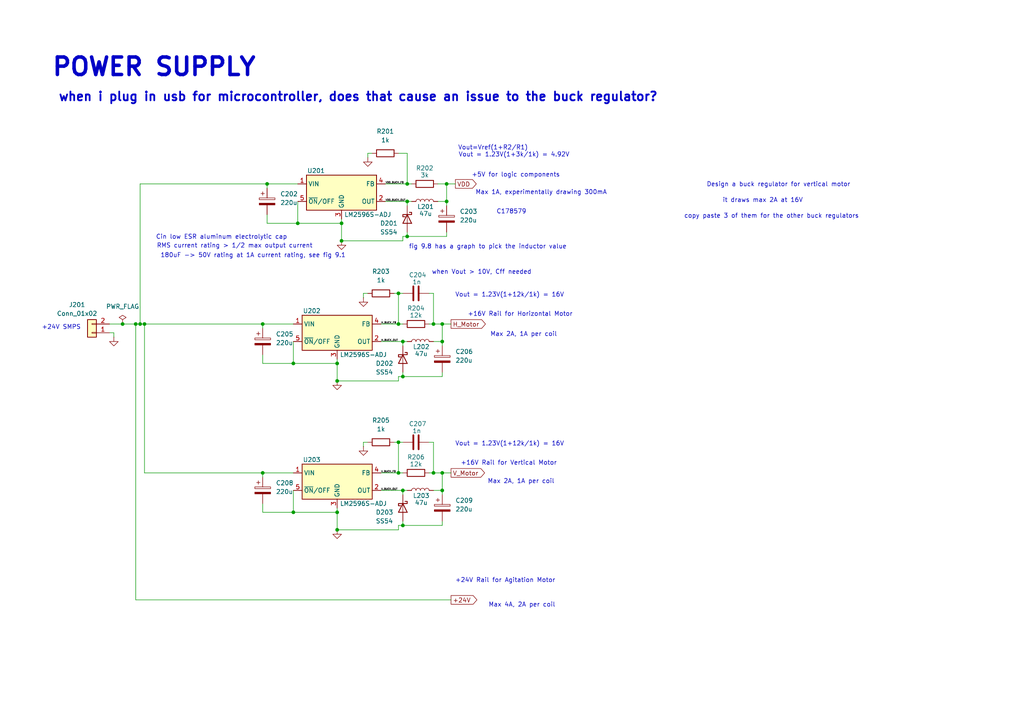
<source format=kicad_sch>
(kicad_sch (version 20250114) (generator "eeschema") (generator_version "9.0")
  (paper "A4")
  (lib_symbols
    (symbol "Connector_Generic:Conn_01x02" (pin_names (offset 1.016) (hide yes))
      (property "Reference" "J" (at 0 2.54 0))
      (property "Value" "Conn_01x02" (at 0 -5.08 0))
      (symbol "Conn_01x02_1_1"
        (rectangle (start -1.27 1.27) (end 1.27 -3.81) (stroke (width 0.254)) (fill (type background)))
        (rectangle (start -1.27 0.127) (end 0 -0.127) (stroke (width 0.1524)))
        (rectangle (start -1.27 -2.413) (end 0 -2.667) (stroke (width 0.1524)))
        (pin passive line (at -5.08 0 0) (length 3.81) (name "Pin_1") (number "1"))
        (pin passive line (at -5.08 -2.54 0) (length 3.81) (name "Pin_2") (number "2"))
      )
    )
    (symbol "Device:C" (pin_numbers (hide yes)) (pin_names (offset 0.254))
      (property "Reference" "C" (at 0.635 2.54 0))
      (property "Value" "C" (at 0.635 -2.54 0))
      (symbol "C_0_1"
        (polyline (pts (xy -2.032 0.762) (xy 2.032 0.762)) (stroke (width 0.508)))
        (polyline (pts (xy -2.032 -0.762) (xy 2.032 -0.762)) (stroke (width 0.508)))
      )
      (symbol "C_1_1"
        (pin passive line (at 0 3.81 270) (length 2.794) (name "~") (number "1"))
        (pin passive line (at 0 -3.81 90) (length 2.794) (name "~") (number "2"))
      )
    )
    (symbol "Device:C_Polarized" (pin_numbers (hide yes)) (pin_names (offset 0.254))
      (property "Reference" "C" (at 0.635 2.54 0))
      (property "Value" "C_Polarized" (at 0.635 -2.54 0))
      (symbol "C_Polarized_0_1"
        (rectangle (start -2.286 0.508) (end 2.286 1.016))
        (polyline (pts (xy -1.778 2.286) (xy -0.762 2.286)))
        (polyline (pts (xy -1.27 2.794) (xy -1.27 1.778)))
        (rectangle (start 2.286 -0.508) (end -2.286 -1.016) (fill (type outline)))
      )
      (symbol "C_Polarized_1_1"
        (pin passive line (at 0 3.81 270) (length 2.794) (name "~") (number "1"))
        (pin passive line (at 0 -3.81 90) (length 2.794) (name "~") (number "2"))
      )
    )
    (symbol "Device:D_Schottky" (pin_numbers (hide yes)) (pin_names (offset 1.016) (hide yes))
      (property "Reference" "D" (at 0 2.54 0))
      (property "Value" "D_Schottky" (at 0 -2.54 0))
      (symbol "D_Schottky_0_1"
        (polyline (pts (xy -1.905 0.635) (xy -1.905 1.27) (xy -1.27 1.27) (xy -1.27 -1.27) (xy -0.635 -1.27) (xy -0.635 -0.635)) (stroke (width 0.254)))
        (polyline (pts (xy 1.27 1.27) (xy 1.27 -1.27) (xy -1.27 0) (xy 1.27 1.27)) (stroke (width 0.254)))
        (polyline (pts (xy 1.27 0) (xy -1.27 0)))
      )
      (symbol "D_Schottky_1_1"
        (pin passive line (at -3.81 0 0) (length 2.54) (name "K") (number "1"))
        (pin passive line (at 3.81 0 180) (length 2.54) (name "A") (number "2"))
      )
    )
    (symbol "Device:L" (pin_numbers (hide yes)) (pin_names (offset 1.016) (hide yes))
      (property "Reference" "L" (at -1.27 0 90))
      (property "Value" "L" (at 1.905 0 90))
      (symbol "L_0_1"
        (arc (start 0 2.54) (mid 0.6323 1.905) (end 0 1.27))
        (arc (start 0 1.27) (mid 0.6323 0.635) (end 0 0))
        (arc (start 0 0) (mid 0.6323 -0.635) (end 0 -1.27))
        (arc (start 0 -1.27) (mid 0.6323 -1.905) (end 0 -2.54))
      )
      (symbol "L_1_1"
        (pin passive line (at 0 3.81 270) (length 1.27) (name "1") (number "1"))
        (pin passive line (at 0 -3.81 90) (length 1.27) (name "2") (number "2"))
      )
    )
    (symbol "Device:R" (pin_numbers (hide yes)) (pin_names (offset 0))
      (property "Reference" "R" (at 2.032 0 90))
      (property "Value" "R" (at 0 0 90))
      (symbol "R_0_1"
        (rectangle (start -1.016 -2.54) (end 1.016 2.54) (stroke (width 0.254)))
      )
      (symbol "R_1_1"
        (pin passive line (at 0 3.81 270) (length 1.27) (name "~") (number "1"))
        (pin passive line (at 0 -3.81 90) (length 1.27) (name "~") (number "2"))
      )
    )
    (symbol "Regulator_Switching:LM2596S-ADJ"
      (property "Reference" "U" (at -10.16 6.35 0))
      (property "Value" "LM2596S-ADJ" (at 0 6.35 0))
      (symbol "LM2596S-ADJ_0_1"
        (rectangle (start -10.16 5.08) (end 10.16 -5.08) (stroke (width 0.254)) (fill (type background)))
      )
      (symbol "LM2596S-ADJ_1_1"
        (pin power_in line (at -12.7 2.54 0) (length 2.54) (name "VIN") (number "1"))
        (pin input line (at -12.7 -2.54 0) (length 2.54) (name "~{ON}/OFF") (number "5"))
        (pin power_in line (at 0 -7.62 90) (length 2.54) (name "GND") (number "3"))
        (pin input line (at 12.7 2.54 180) (length 2.54) (name "FB") (number "4"))
        (pin output line (at 12.7 -2.54 180) (length 2.54) (name "OUT") (number "2"))
      )
    )
    (symbol "power:GND" (power) (pin_numbers (hide yes)) (pin_names (offset 0) (hide yes))
      (property "Value" "GND" (at 0 -3.81 0))
      (symbol "GND_0_1"
        (polyline (pts (xy 0 0) (xy 0 -1.27) (xy 1.27 -1.27) (xy 0 -2.54) (xy -1.27 -1.27) (xy 0 -1.27)))
      )
      (symbol "GND_1_1"
        (pin power_in line (at 0 0 270) (length 0) (name "~") (number "1"))
      )
    )
    (symbol "power:PWR_FLAG" (power) (pin_numbers (hide yes)) (pin_names (offset 0) (hide yes))
      (property "Value" "PWR_FLAG" (at 0 3.81 0))
      (symbol "PWR_FLAG_0_0"
        (pin power_out line (at 0 0 90) (length 0) (name "~") (number "1"))
      )
      (symbol "PWR_FLAG_0_1"
        (polyline (pts (xy 0 0) (xy 0 1.27) (xy -1.016 1.905) (xy 0 2.54) (xy 1.016 1.905) (xy 0 1.27)))
      )
    )
  )
  (text "Cin low ESR aluminum electrolytic cap" (at 64.262 68.834 0) (effects (font (size 1.27 1.27))))
  (text "Max 1A, experimentally drawing 300mA" (at 156.972 55.88 0) (effects (font (size 1.27 1.27))))
  (text "180uF -> 50V rating at 1A current rating, see fig 9.1" (at 73.406 74.168 0) (effects (font (size 1.27 1.27))))
  (text "it draws max 2A at 16V" (at 221.234 58.166 0) (effects (font (size 1.27 1.27))))
  (text "C178579" (at 148.336 61.468 0) (effects (font (size 1.27 1.27))))
  (text "+5V for logic components" (at 149.606 50.8 0) (effects (font (size 1.27 1.27))))
  (text "Design a buck regulator for vertical motor\n" (at 225.806 53.594 0) (effects (font (size 1.27 1.27))))
  (text "+16V Rail for Horizontal Motor" (at 150.876 91.186 0) (effects (font (size 1.27 1.27))))
  (text "+24V SMPS" (at 17.78 94.996 0) (effects (font (size 1.27 1.27))))
  (text "when i plug in usb for microcontroller, does that cause an issue to the buck regulator?" (at 103.886 28.194 0) (effects (font (size 2.54 2.54) (thickness 0.508) (bold yes))))
  (text "copy paste 3 of them for the other buck regulators\n" (at 223.774 62.738 0) (effects (font (size 1.27 1.27))))
  (text "Vout=Vref(1+R2/R1)" (at 143.002 42.926 0) (effects (font (size 1.27 1.27))))
  (text "Max 4A, 2A per coil" (at 151.384 175.514 0) (effects (font (size 1.27 1.27))))
  (text "when Vout > 10V, Cff needed" (at 139.7 78.994 0) (effects (font (size 1.27 1.27))))
  (text "POWER SUPPLY" (at 44.704 19.558 0) (effects (font (size 5.08 5.08) (thickness 1.016) (bold yes))))
  (text "Vout = 1.23V(1+12k/1k) = 16V" (at 147.828 128.778 0) (effects (font (size 1.27 1.27))))
  (text "Max 2A, 1A per coil" (at 151.892 97.028 0) (effects (font (size 1.27 1.27))))
  (text "Max 2A, 1A per coil" (at 151.13 139.7 0) (effects (font (size 1.27 1.27))))
  (text "Vout = 1.23V(1+3k/1k) = 4.92V" (at 149.098 44.958 0) (effects (font (size 1.27 1.27))))
  (text "RMS current rating > 1/2 max output current" (at 68.072 71.374 0) (effects (font (size 1.27 1.27))))
  (text "+16V Rail for Vertical Motor" (at 147.574 134.366 0) (effects (font (size 1.27 1.27))))
  (text "fig 9.8 has a graph to pick the inductor value" (at 141.478 71.628 0) (effects (font (size 1.27 1.27))))
  (text "+24V Rail for Agitation Motor" (at 146.558 168.402 0) (effects (font (size 1.27 1.27))))
  (text "Vout = 1.23V(1+12k/1k) = 16V" (at 147.828 85.598 0) (effects (font (size 1.27 1.27))))
  (junction (at 40.64 93.98))
  (junction (at 97.79 110.49))
  (junction (at 129.54 53.34))
  (junction (at 97.79 105.41))
  (junction (at 86.36 64.77))
  (junction (at 85.09 148.59))
  (junction (at 118.11 68.58))
  (junction (at 128.27 142.24))
  (junction (at 115.57 93.98))
  (junction (at 115.57 128.27))
  (junction (at 118.11 58.42))
  (junction (at 116.84 152.4))
  (junction (at 128.27 137.16))
  (junction (at 97.79 148.59))
  (junction (at 115.57 85.09))
  (junction (at 35.56 93.98))
  (junction (at 97.79 153.67))
  (junction (at 115.57 137.16))
  (junction (at 99.06 69.85))
  (junction (at 125.73 93.98))
  (junction (at 129.54 58.42))
  (junction (at 125.73 137.16))
  (junction (at 116.84 142.24))
  (junction (at 128.27 93.98))
  (junction (at 118.11 53.34))
  (junction (at 76.2 93.98))
  (junction (at 77.47 53.34))
  (junction (at 116.84 99.06))
  (junction (at 99.06 64.77))
  (junction (at 85.09 105.41))
  (junction (at 116.84 109.22))
  (junction (at 41.91 93.98))
  (junction (at 39.37 93.98))
  (junction (at 76.2 137.16))
  (junction (at 128.27 99.06))
  (wire (pts (xy 106.68 44.45) (xy 106.68 45.72)))
  (wire (pts (xy 76.2 138.43) (xy 76.2 137.16)))
  (wire (pts (xy 115.57 152.4) (xy 116.84 152.4)))
  (wire (pts (xy 115.57 137.16) (xy 115.57 128.27)))
  (wire (pts (xy 115.57 85.09) (xy 116.84 85.09)))
  (wire (pts (xy 76.2 95.25) (xy 76.2 93.98)))
  (wire (pts (xy 39.37 173.99) (xy 130.81 173.99)))
  (wire (pts (xy 116.84 109.22) (xy 128.27 109.22)))
  (wire (pts (xy 76.2 148.59) (xy 85.09 148.59)))
  (wire (pts (xy 76.2 93.98) (xy 85.09 93.98)))
  (wire (pts (xy 128.27 137.16) (xy 128.27 142.24)))
  (wire (pts (xy 127 58.42) (xy 129.54 58.42)))
  (wire (pts (xy 116.84 69.85) (xy 99.06 69.85)))
  (wire (pts (xy 116.84 151.13) (xy 116.84 152.4)))
  (wire (pts (xy 76.2 137.16) (xy 85.09 137.16)))
  (wire (pts (xy 115.57 153.67) (xy 97.79 153.67)))
  (wire (pts (xy 118.11 53.34) (xy 119.38 53.34)))
  (wire (pts (xy 115.57 85.09) (xy 114.3 85.09)))
  (wire (pts (xy 115.57 128.27) (xy 116.84 128.27)))
  (wire (pts (xy 85.09 99.06) (xy 85.09 105.41)))
  (wire (pts (xy 115.57 44.45) (xy 118.11 44.45)))
  (wire (pts (xy 116.84 107.95) (xy 116.84 109.22)))
  (wire (pts (xy 105.41 128.27) (xy 105.41 129.54)))
  (wire (pts (xy 85.09 105.41) (xy 97.79 105.41)))
  (wire (pts (xy 110.49 99.06) (xy 116.84 99.06)))
  (wire (pts (xy 97.79 148.59) (xy 97.79 153.67)))
  (wire (pts (xy 128.27 93.98) (xy 128.27 99.06)))
  (wire (pts (xy 77.47 53.34) (xy 86.36 53.34)))
  (wire (pts (xy 128.27 137.16) (xy 130.81 137.16)))
  (wire (pts (xy 118.11 58.42) (xy 119.38 58.42)))
  (wire (pts (xy 105.41 85.09) (xy 105.41 86.36)))
  (wire (pts (xy 129.54 58.42) (xy 129.54 59.69)))
  (wire (pts (xy 125.73 142.24) (xy 128.27 142.24)))
  (wire (pts (xy 97.79 148.59) (xy 97.79 147.32)))
  (wire (pts (xy 115.57 109.22) (xy 115.57 110.49)))
  (wire (pts (xy 115.57 110.49) (xy 97.79 110.49)))
  (wire (pts (xy 110.49 142.24) (xy 116.84 142.24)))
  (wire (pts (xy 35.56 93.98) (xy 39.37 93.98)))
  (wire (pts (xy 115.57 137.16) (xy 116.84 137.16)))
  (wire (pts (xy 116.84 152.4) (xy 128.27 152.4)))
  (wire (pts (xy 97.79 105.41) (xy 97.79 110.49)))
  (wire (pts (xy 76.2 146.05) (xy 76.2 148.59)))
  (wire (pts (xy 129.54 53.34) (xy 132.08 53.34)))
  (wire (pts (xy 128.27 107.95) (xy 128.27 109.22)))
  (wire (pts (xy 116.84 68.58) (xy 116.84 69.85)))
  (wire (pts (xy 111.76 53.34) (xy 118.11 53.34)))
  (wire (pts (xy 106.68 85.09) (xy 105.41 85.09)))
  (wire (pts (xy 40.64 93.98) (xy 40.64 53.34)))
  (wire (pts (xy 110.49 137.16) (xy 115.57 137.16)))
  (wire (pts (xy 86.36 64.77) (xy 99.06 64.77)))
  (wire (pts (xy 124.46 85.09) (xy 125.73 85.09)))
  (wire (pts (xy 118.11 68.58) (xy 129.54 68.58)))
  (wire (pts (xy 106.68 128.27) (xy 105.41 128.27)))
  (wire (pts (xy 110.49 93.98) (xy 115.57 93.98)))
  (wire (pts (xy 77.47 64.77) (xy 86.36 64.77)))
  (wire (pts (xy 128.27 99.06) (xy 128.27 100.33)))
  (wire (pts (xy 115.57 93.98) (xy 116.84 93.98)))
  (wire (pts (xy 116.84 142.24) (xy 116.84 143.51)))
  (wire (pts (xy 118.11 53.34) (xy 118.11 44.45)))
  (wire (pts (xy 115.57 152.4) (xy 115.57 153.67)))
  (wire (pts (xy 118.11 67.31) (xy 118.11 68.58)))
  (wire (pts (xy 127 53.34) (xy 129.54 53.34)))
  (wire (pts (xy 128.27 142.24) (xy 128.27 143.51)))
  (wire (pts (xy 85.09 148.59) (xy 97.79 148.59)))
  (wire (pts (xy 99.06 64.77) (xy 99.06 69.85)))
  (wire (pts (xy 99.06 64.77) (xy 99.06 63.5)))
  (wire (pts (xy 124.46 128.27) (xy 125.73 128.27)))
  (wire (pts (xy 125.73 93.98) (xy 128.27 93.98)))
  (wire (pts (xy 125.73 128.27) (xy 125.73 137.16)))
  (wire (pts (xy 129.54 67.31) (xy 129.54 68.58)))
  (wire (pts (xy 76.2 102.87) (xy 76.2 105.41)))
  (wire (pts (xy 125.73 99.06) (xy 128.27 99.06)))
  (wire (pts (xy 125.73 93.98) (xy 124.46 93.98)))
  (wire (pts (xy 107.95 44.45) (xy 106.68 44.45)))
  (wire (pts (xy 85.09 142.24) (xy 85.09 148.59)))
  (wire (pts (xy 33.02 97.79) (xy 33.02 96.52)))
  (wire (pts (xy 111.76 58.42) (xy 118.11 58.42)))
  (wire (pts (xy 33.02 96.52) (xy 31.75 96.52)))
  (wire (pts (xy 41.91 93.98) (xy 76.2 93.98)))
  (wire (pts (xy 77.47 54.61) (xy 77.47 53.34)))
  (wire (pts (xy 116.84 68.58) (xy 118.11 68.58)))
  (wire (pts (xy 116.84 142.24) (xy 118.11 142.24)))
  (wire (pts (xy 76.2 105.41) (xy 85.09 105.41)))
  (wire (pts (xy 116.84 99.06) (xy 118.11 99.06)))
  (wire (pts (xy 40.64 53.34) (xy 77.47 53.34)))
  (wire (pts (xy 77.47 62.23) (xy 77.47 64.77)))
  (wire (pts (xy 39.37 93.98) (xy 40.64 93.98)))
  (wire (pts (xy 118.11 58.42) (xy 118.11 59.69)))
  (wire (pts (xy 115.57 109.22) (xy 116.84 109.22)))
  (wire (pts (xy 97.79 105.41) (xy 97.79 104.14)))
  (wire (pts (xy 39.37 93.98) (xy 39.37 173.99)))
  (wire (pts (xy 129.54 53.34) (xy 129.54 58.42)))
  (wire (pts (xy 41.91 137.16) (xy 76.2 137.16)))
  (wire (pts (xy 125.73 137.16) (xy 124.46 137.16)))
  (wire (pts (xy 115.57 93.98) (xy 115.57 85.09)))
  (wire (pts (xy 115.57 128.27) (xy 114.3 128.27)))
  (wire (pts (xy 128.27 93.98) (xy 130.81 93.98)))
  (wire (pts (xy 86.36 58.42) (xy 86.36 64.77)))
  (wire (pts (xy 31.75 93.98) (xy 35.56 93.98)))
  (wire (pts (xy 125.73 85.09) (xy 125.73 93.98)))
  (wire (pts (xy 41.91 93.98) (xy 41.91 137.16)))
  (wire (pts (xy 128.27 151.13) (xy 128.27 152.4)))
  (wire (pts (xy 116.84 99.06) (xy 116.84 100.33)))
  (wire (pts (xy 40.64 93.98) (xy 41.91 93.98)))
  (wire (pts (xy 125.73 137.16) (xy 128.27 137.16)))
  (label "H_BUCK_FB" (at 110.49 93.98 0) (effects (font (size 0.508 0.508))))
  (label "VDD_BUCK_FB" (at 111.76 53.34 0) (effects (font (size 0.508 0.508))))
  (label "VDD_BUCK_OUT" (at 111.76 58.42 0) (effects (font (size 0.508 0.508))))
  (label "H_BUCK_OUT" (at 110.49 99.06 0) (effects (font (size 0.508 0.508))))
  (label "V_BUCK_OUT" (at 110.49 142.24 0) (effects (font (size 0.508 0.508))))
  (label "V_BUCK_FB" (at 110.49 137.16 0) (effects (font (size 0.508 0.508))))
  (global_label "H_Motor" (shape output) (at 130.81 93.98 0) (property "Intersheetrefs" "${INTERSHEET_REFS}" (effects (hide yes))))
  (global_label "+24V" (shape output) (at 130.81 173.99 0) (property "Intersheetrefs" "${INTERSHEET_REFS}" (effects (hide yes))))
  (global_label "VDD" (shape output) (at 132.08 53.34 0) (property "Intersheetrefs" "${INTERSHEET_REFS}" (effects (hide yes))))
  (global_label "V_Motor" (shape output) (at 130.81 137.16 0) (property "Intersheetrefs" "${INTERSHEET_REFS}" (effects (hide yes))))
  (symbol (lib_id "Device:L") (at 121.92 142.24 90) (unit 1)
    (property "Reference" "L203" (at 122.174 143.764 90))
    (property "Value" "47u" (at 122.174 145.796 90))
    (property "Footprint" "Inductor_SMD:L_12x12mm_H8mm" (effects (hide yes)))
    (property "Description" "Inductor" (effects (hide yes)))
    (property "Manufacturer" "SXN(Shun Xiang Nuo Elec)" (effects (hide yes)))
    (property "MPN" "SMDRI127-470MT" (effects (hide yes)))
    (property "LCSC Part Number" "C9906" (effects (hide yes)))
  )
  (symbol (lib_id "Device:R") (at 110.49 85.09 90) (unit 1)
    (property "Reference" "R203" (at 110.49 78.74 90))
    (property "Value" "1k" (at 110.49 81.28 90))
    (property "Footprint" "Resistor_SMD:R_0603_1608Metric" (effects (hide yes)))
    (property "Description" "Resistor" (effects (hide yes)))
    (property "Manufacturer" "UNI-ROYAL(Uniroyal Elec)" (effects (hide yes)))
    (property "MPN" "0603WAF1001T5E" (effects (hide yes)))
    (property "LCSC Part Number" "C21190" (effects (hide yes)))
  )
  (symbol (lib_id "Device:C_Polarized") (at 128.27 147.32 0) (unit 1)
    (property "Reference" "C209" (at 132.08 145.1609 0) (effects (justify left)))
    (property "Value" "220u" (at 132.08 147.7009 0) (effects (justify left)))
    (property "Footprint" "Capacitor_SMD:C_Elec_10x10.2" (effects (hide yes)))
    (property "Description" "Polarized capacitor" (effects (hide yes)))
    (property "Manufacturer" "PANASONIC" (effects (hide yes)))
    (property "MPN" "EEEFP1H221AP" (effects (hide yes)))
    (property "LCSC Part Number" "C178579" (effects (hide yes)))
  )
  (symbol (lib_id "Device:C_Polarized") (at 77.47 58.42 0) (unit 1)
    (property "Reference" "C202" (at 81.28 56.2609 0) (effects (justify left)))
    (property "Value" "220u" (at 81.28 58.8009 0) (effects (justify left)))
    (property "Footprint" "Capacitor_SMD:C_Elec_10x10.2" (effects (hide yes)))
    (property "Description" "Polarized capacitor" (effects (hide yes)))
    (property "Manufacturer" "PANASONIC" (effects (hide yes)))
    (property "MPN" "EEEFP1H221AP" (effects (hide yes)))
    (property "LCSC Part Number" "C178579" (effects (hide yes)))
  )
  (symbol (lib_id "Device:D_Schottky") (at 118.11 63.5 270) (unit 1)
    (property "Reference" "D201" (at 110.236 64.77 90) (effects (justify left)))
    (property "Value" "SS54" (at 110.236 67.31 90) (effects (justify left)))
    (property "Footprint" "Diode_SMD:D_SMA" (effects (hide yes)))
    (property "Description" "Schottky diode" (effects (hide yes)))
    (property "Manufacturer" "MDD(Microdiode Semiconductor)" (effects (hide yes)))
    (property "MPN" "SS54" (effects (hide yes)))
    (property "LCSC Part Number" "C22452" (effects (hide yes)))
  )
  (symbol (lib_id "Regulator_Switching:LM2596S-ADJ") (at 97.79 96.52 0) (unit 1)
    (property "Reference" "U202" (at 90.424 90.17 0))
    (property "Value" "LM2596S-ADJ" (at 105.41 102.87 0))
    (property "Footprint" "Package_TO_SOT_SMD:TO-263-5_TabPin3" (effects (hide yes)))
    (property "Datasheet" "http://www.ti.com/lit/ds/symlink/lm2596.pdf" (effects (hide yes)))
    (property "Description" "Adjustable 3A Step-Down Voltage Regulator, TO-263" (effects (hide yes)))
    (property "Manufacturer" "Texas Instruments" (effects (hide yes)))
    (property "MPN" "LM2596SX-ADJ/NOPB" (effects (hide yes)))
    (property "LCSC Part Number" "C29781" (effects (hide yes)))
  )
  (symbol (lib_id "Regulator_Switching:LM2596S-ADJ") (at 99.06 55.88 0) (unit 1)
    (property "Reference" "U201" (at 91.694 49.53 0))
    (property "Value" "LM2596S-ADJ" (at 106.68 62.23 0))
    (property "Footprint" "Package_TO_SOT_SMD:TO-263-5_TabPin3" (effects (hide yes)))
    (property "Datasheet" "http://www.ti.com/lit/ds/symlink/lm2596.pdf" (effects (hide yes)))
    (property "Description" "Adjustable 3A Step-Down Voltage Regulator, TO-263" (effects (hide yes)))
    (property "Manufacturer" "Texas Instruments" (effects (hide yes)))
    (property "MPN" "LM2596SX-ADJ/NOPB" (effects (hide yes)))
    (property "LCSC Part Number" "C29781" (effects (hide yes)))
  )
  (symbol (lib_id "Device:R") (at 120.65 137.16 90) (unit 1)
    (property "Reference" "R206" (at 120.65 132.588 90))
    (property "Value" "12k" (at 120.65 134.62 90))
    (property "Footprint" "Resistor_SMD:R_0603_1608Metric" (effects (hide yes)))
    (property "Description" "Resistor" (effects (hide yes)))
    (property "Manufacturer" "UNI-ROYAL(Uniroyal Elec)" (effects (hide yes)))
    (property "MPN" "0603WAF1202T5E" (effects (hide yes)))
    (property "LCSC Part Number" "C22790" (effects (hide yes)))
  )
  (symbol (lib_id "power:PWR_FLAG") (at 35.56 93.98 0) (unit 1)
    (property "Reference" "#FLG0201" (effects (hide yes)))
    (property "Value" "PWR_FLAG" (at 35.56 88.9 0))
    (property "Description" "Special symbol for telling ERC where power comes from" (effects (hide yes)))
  )
  (symbol (lib_id "Device:C") (at 120.65 85.09 90) (unit 1)
    (property "Reference" "C204" (at 123.698 79.756 90) (effects (justify left)))
    (property "Value" "1n" (at 122.174 81.788 90) (effects (justify left)))
    (property "Footprint" "Capacitor_SMD:C_0603_1608Metric" (effects (hide yes)))
    (property "Description" "Unpolarized capacitor" (effects (hide yes)))
    (property "Manufacturer" "Samsung Electro-Mechanics" (effects (hide yes)))
    (property "MPN" "CL10B102KB8NNNC" (effects (hide yes)))
    (property "LCSC Part Number" "C1588" (effects (hide yes)))
  )
  (symbol (lib_id "power:GND") (at 33.02 97.79 0) (unit 1)
    (property "Reference" "#PWR0204" (effects (hide yes)))
    (property "Value" "GND" (effects (hide yes)))
    (property "Description" "Power symbol creates a global label with name \"GND\" , ground" (effects (hide yes)))
  )
  (symbol (lib_id "power:GND") (at 97.79 153.67 0) (unit 1)
    (property "Reference" "#PWR0207" (effects (hide yes)))
    (property "Value" "GND" (effects (hide yes)))
    (property "Description" "Power symbol creates a global label with name \"GND\" , ground" (effects (hide yes)))
  )
  (symbol (lib_id "Device:C_Polarized") (at 76.2 99.06 0) (unit 1)
    (property "Reference" "C205" (at 80.01 96.9009 0) (effects (justify left)))
    (property "Value" "220u" (at 80.01 99.4409 0) (effects (justify left)))
    (property "Footprint" "Capacitor_SMD:C_Elec_10x10.2" (effects (hide yes)))
    (property "Description" "Polarized capacitor" (effects (hide yes)))
    (property "Manufacturer" "PANASONIC" (effects (hide yes)))
    (property "MPN" "EEEFP1H221AP" (effects (hide yes)))
    (property "LCSC Part Number" "C178579" (effects (hide yes)))
  )
  (symbol (lib_id "Device:D_Schottky") (at 116.84 147.32 270) (unit 1)
    (property "Reference" "D203" (at 108.966 148.59 90) (effects (justify left)))
    (property "Value" "SS54" (at 108.966 151.13 90) (effects (justify left)))
    (property "Footprint" "Diode_SMD:D_SMA" (effects (hide yes)))
    (property "Description" "Schottky diode" (effects (hide yes)))
    (property "Manufacturer" "MDD(Microdiode Semiconductor)" (effects (hide yes)))
    (property "MPN" "SS54" (effects (hide yes)))
    (property "LCSC Part Number" "C22452" (effects (hide yes)))
  )
  (symbol (lib_id "power:GND") (at 105.41 129.54 0) (unit 1)
    (property "Reference" "#PWR0206" (effects (hide yes)))
    (property "Value" "GND" (effects (hide yes)))
    (property "Description" "Power symbol creates a global label with name \"GND\" , ground" (effects (hide yes)))
  )
  (symbol (lib_id "Regulator_Switching:LM2596S-ADJ") (at 97.79 139.7 0) (unit 1)
    (property "Reference" "U203" (at 90.424 133.35 0))
    (property "Value" "LM2596S-ADJ" (at 105.41 146.05 0))
    (property "Footprint" "Package_TO_SOT_SMD:TO-263-5_TabPin3" (effects (hide yes)))
    (property "Datasheet" "http://www.ti.com/lit/ds/symlink/lm2596.pdf" (effects (hide yes)))
    (property "Description" "Adjustable 3A Step-Down Voltage Regulator, TO-263" (effects (hide yes)))
    (property "Manufacturer" "Texas Instruments" (effects (hide yes)))
    (property "MPN" "LM2596SX-ADJ/NOPB" (effects (hide yes)))
    (property "LCSC Part Number" "C29781" (effects (hide yes)))
  )
  (symbol (lib_id "Device:C_Polarized") (at 128.27 104.14 0) (unit 1)
    (property "Reference" "C206" (at 132.08 101.9809 0) (effects (justify left)))
    (property "Value" "220u" (at 132.08 104.5209 0) (effects (justify left)))
    (property "Footprint" "Capacitor_SMD:C_Elec_10x10.2" (effects (hide yes)))
    (property "Description" "Polarized capacitor" (effects (hide yes)))
    (property "Manufacturer" "PANASONIC" (effects (hide yes)))
    (property "MPN" "EEEFP1H221AP" (effects (hide yes)))
    (property "LCSC Part Number" "C178579" (effects (hide yes)))
  )
  (symbol (lib_id "power:GND") (at 105.41 86.36 0) (unit 1)
    (property "Reference" "#PWR0203" (effects (hide yes)))
    (property "Value" "GND" (effects (hide yes)))
    (property "Description" "Power symbol creates a global label with name \"GND\" , ground" (effects (hide yes)))
  )
  (symbol (lib_id "Device:D_Schottky") (at 116.84 104.14 270) (unit 1)
    (property "Reference" "D202" (at 108.966 105.41 90) (effects (justify left)))
    (property "Value" "SS54" (at 108.966 107.95 90) (effects (justify left)))
    (property "Footprint" "Diode_SMD:D_SMA" (effects (hide yes)))
    (property "Description" "Schottky diode" (effects (hide yes)))
    (property "Manufacturer" "MDD(Microdiode Semiconductor)" (effects (hide yes)))
    (property "MPN" "SS54" (effects (hide yes)))
    (property "LCSC Part Number" "C22452" (effects (hide yes)))
  )
  (symbol (lib_id "Device:C") (at 120.65 128.27 90) (unit 1)
    (property "Reference" "C207" (at 123.698 122.936 90) (effects (justify left)))
    (property "Value" "1n" (at 122.174 124.968 90) (effects (justify left)))
    (property "Footprint" "Capacitor_SMD:C_0603_1608Metric" (effects (hide yes)))
    (property "Description" "Unpolarized capacitor" (effects (hide yes)))
    (property "Manufacturer" "Samsung Electro-Mechanics" (effects (hide yes)))
    (property "MPN" "CL10B102KB8NNNC" (effects (hide yes)))
    (property "LCSC Part Number" "C1588" (effects (hide yes)))
  )
  (symbol (lib_id "power:GND") (at 97.79 110.49 0) (unit 1)
    (property "Reference" "#PWR0205" (effects (hide yes)))
    (property "Value" "GND" (effects (hide yes)))
    (property "Description" "Power symbol creates a global label with name \"GND\" , ground" (effects (hide yes)))
  )
  (symbol (lib_id "power:GND") (at 106.68 45.72 0) (unit 1)
    (property "Reference" "#PWR0201" (effects (hide yes)))
    (property "Value" "GND" (effects (hide yes)))
    (property "Description" "Power symbol creates a global label with name \"GND\" , ground" (effects (hide yes)))
  )
  (symbol (lib_id "Device:R") (at 123.19 53.34 90) (unit 1)
    (property "Reference" "R202" (at 123.19 48.768 90))
    (property "Value" "3k" (at 123.19 50.8 90))
    (property "Footprint" "Resistor_SMD:R_0603_1608Metric" (effects (hide yes)))
    (property "Description" "Resistor" (effects (hide yes)))
    (property "Manufacturer" "UNI-ROYAL(Uniroyal Elec)" (effects (hide yes)))
    (property "MPN" "0603WAF3001T5E" (effects (hide yes)))
    (property "LCSC Part Number" "C4211" (effects (hide yes)))
  )
  (symbol (lib_id "Device:L") (at 123.19 58.42 90) (unit 1)
    (property "Reference" "L201" (at 123.444 59.944 90))
    (property "Value" "47u" (at 123.444 61.976 90))
    (property "Footprint" "Inductor_SMD:L_12x12mm_H8mm" (effects (hide yes)))
    (property "Description" "Inductor" (effects (hide yes)))
    (property "Manufacturer" "SXN(Shun Xiang Nuo Elec)" (effects (hide yes)))
    (property "MPN" "SMDRI127-470MT" (effects (hide yes)))
    (property "LCSC Part Number" "C9906" (effects (hide yes)))
  )
  (symbol (lib_id "Device:R") (at 120.65 93.98 90) (unit 1)
    (property "Reference" "R204" (at 120.65 89.408 90))
    (property "Value" "12k" (at 120.65 91.44 90))
    (property "Footprint" "Resistor_SMD:R_0603_1608Metric" (effects (hide yes)))
    (property "Description" "Resistor" (effects (hide yes)))
    (property "Manufacturer" "UNI-ROYAL(Uniroyal Elec)" (effects (hide yes)))
    (property "MPN" "0603WAF1202T5E" (effects (hide yes)))
    (property "LCSC Part Number" "C22790" (effects (hide yes)))
  )
  (symbol (lib_id "power:GND") (at 99.06 69.85 0) (unit 1)
    (property "Reference" "#PWR0202" (effects (hide yes)))
    (property "Value" "GND" (effects (hide yes)))
    (property "Description" "Power symbol creates a global label with name \"GND\" , ground" (effects (hide yes)))
  )
  (symbol (lib_id "Device:R") (at 111.76 44.45 90) (unit 1)
    (property "Reference" "R201" (at 111.76 38.1 90))
    (property "Value" "1k" (at 111.76 40.64 90))
    (property "Footprint" "Resistor_SMD:R_0603_1608Metric" (effects (hide yes)))
    (property "Description" "Resistor" (effects (hide yes)))
    (property "Manufacturer" "UNI-ROYAL(Uniroyal Elec)" (effects (hide yes)))
    (property "MPN" "0603WAF1001T5E" (effects (hide yes)))
    (property "LCSC Part Number" "C21190" (effects (hide yes)))
  )
  (symbol (lib_id "Device:L") (at 121.92 99.06 90) (unit 1)
    (property "Reference" "L202" (at 122.174 100.584 90))
    (property "Value" "47u" (at 122.174 102.616 90))
    (property "Footprint" "Inductor_SMD:L_12x12mm_H8mm" (effects (hide yes)))
    (property "Description" "Inductor" (effects (hide yes)))
    (property "Manufacturer" "SXN(Shun Xiang Nuo Elec)" (effects (hide yes)))
    (property "MPN" "SMDRI127-470MT" (effects (hide yes)))
    (property "LCSC Part Number" "C9906" (effects (hide yes)))
  )
  (symbol (lib_id "Connector_Generic:Conn_01x02") (at 26.67 96.52 180) (unit 1) (in_bom no)
    (property "Reference" "J201" (at 22.352 88.392 0))
    (property "Value" "Conn_01x02" (at 22.352 90.932 0))
    (property "Footprint" "TerminalBlock:TerminalBlock_bornier-2_P5.08mm" (effects (hide yes)))
    (property "Description" "Generic connector, single row, 01x02, script generated (kicad-library-utils/schlib/autogen/connector/)" (effects (hide yes)))
  )
  (symbol (lib_id "Device:C_Polarized") (at 129.54 63.5 0) (unit 1)
    (property "Reference" "C203" (at 133.35 61.3409 0) (effects (justify left)))
    (property "Value" "220u" (at 133.35 63.8809 0) (effects (justify left)))
    (property "Footprint" "Capacitor_SMD:C_Elec_10x10.2" (effects (hide yes)))
    (property "Description" "Polarized capacitor" (effects (hide yes)))
    (property "Manufacturer" "PANASONIC" (effects (hide yes)))
    (property "MPN" "EEEFP1H221AP" (effects (hide yes)))
    (property "LCSC Part Number" "C178579" (effects (hide yes)))
  )
  (symbol (lib_id "Device:R") (at 110.49 128.27 90) (unit 1)
    (property "Reference" "R205" (at 110.49 121.92 90))
    (property "Value" "1k" (at 110.49 124.46 90))
    (property "Footprint" "Resistor_SMD:R_0603_1608Metric" (effects (hide yes)))
    (property "Description" "Resistor" (effects (hide yes)))
    (property "Manufacturer" "UNI-ROYAL(Uniroyal Elec)" (effects (hide yes)))
    (property "MPN" "0603WAF1001T5E" (effects (hide yes)))
    (property "LCSC Part Number" "C21190" (effects (hide yes)))
  )
  (symbol (lib_id "Device:C_Polarized") (at 76.2 142.24 0) (unit 1)
    (property "Reference" "C208" (at 80.01 140.0809 0) (effects (justify left)))
    (property "Value" "220u" (at 80.01 142.6209 0) (effects (justify left)))
    (property "Footprint" "Capacitor_SMD:C_Elec_10x10.2" (effects (hide yes)))
    (property "Description" "Polarized capacitor" (effects (hide yes)))
    (property "Manufacturer" "PANASONIC" (effects (hide yes)))
    (property "MPN" "EEEFP1H221AP" (effects (hide yes)))
    (property "LCSC Part Number" "C178579" (effects (hide yes)))
  )
)
</source>
